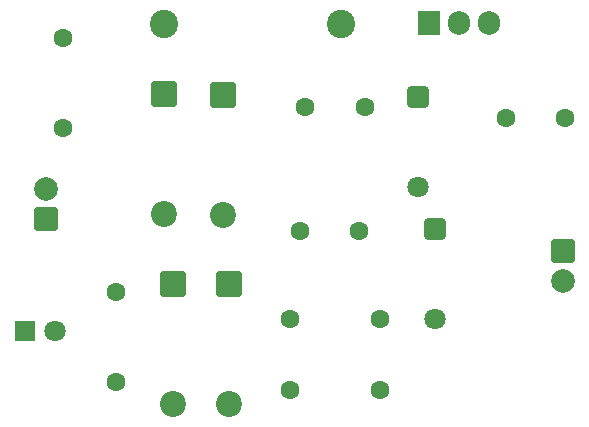
<source format=gbr>
%TF.GenerationSoftware,KiCad,Pcbnew,9.0.5*%
%TF.CreationDate,2025-10-12T15:19:20+05:30*%
%TF.ProjectId,transformerless power supply ,7472616e-7366-46f7-926d-65726c657373,rev?*%
%TF.SameCoordinates,Original*%
%TF.FileFunction,Soldermask,Top*%
%TF.FilePolarity,Negative*%
%FSLAX46Y46*%
G04 Gerber Fmt 4.6, Leading zero omitted, Abs format (unit mm)*
G04 Created by KiCad (PCBNEW 9.0.5) date 2025-10-12 15:19:20*
%MOMM*%
%LPD*%
G01*
G04 APERTURE LIST*
G04 Aperture macros list*
%AMRoundRect*
0 Rectangle with rounded corners*
0 $1 Rounding radius*
0 $2 $3 $4 $5 $6 $7 $8 $9 X,Y pos of 4 corners*
0 Add a 4 corners polygon primitive as box body*
4,1,4,$2,$3,$4,$5,$6,$7,$8,$9,$2,$3,0*
0 Add four circle primitives for the rounded corners*
1,1,$1+$1,$2,$3*
1,1,$1+$1,$4,$5*
1,1,$1+$1,$6,$7*
1,1,$1+$1,$8,$9*
0 Add four rect primitives between the rounded corners*
20,1,$1+$1,$2,$3,$4,$5,0*
20,1,$1+$1,$4,$5,$6,$7,0*
20,1,$1+$1,$6,$7,$8,$9,0*
20,1,$1+$1,$8,$9,$2,$3,0*%
G04 Aperture macros list end*
%ADD10RoundRect,0.249999X-0.850001X0.850001X-0.850001X-0.850001X0.850001X-0.850001X0.850001X0.850001X0*%
%ADD11C,2.200000*%
%ADD12RoundRect,0.250000X-0.650000X0.650000X-0.650000X-0.650000X0.650000X-0.650000X0.650000X0.650000X0*%
%ADD13C,1.800000*%
%ADD14C,1.600000*%
%ADD15RoundRect,0.250000X-0.750000X0.750000X-0.750000X-0.750000X0.750000X-0.750000X0.750000X0.750000X0*%
%ADD16C,2.000000*%
%ADD17R,1.905000X2.000000*%
%ADD18O,1.905000X2.000000*%
%ADD19C,2.400000*%
%ADD20R,1.800000X1.800000*%
%ADD21RoundRect,0.250000X0.750000X-0.750000X0.750000X0.750000X-0.750000X0.750000X-0.750000X-0.750000X0*%
G04 APERTURE END LIST*
D10*
%TO.C,D1*%
X64521750Y-88420000D03*
D11*
X64521750Y-98580000D03*
%TD*%
D10*
%TO.C,D4*%
X70021750Y-104500000D03*
D11*
X70021750Y-114660000D03*
%TD*%
D12*
%TO.C,D6*%
X87521750Y-99880000D03*
D13*
X87521750Y-107500000D03*
%TD*%
D14*
%TO.C,R3*%
X82831750Y-113500000D03*
X75211750Y-113500000D03*
%TD*%
%TO.C,R1*%
X60521750Y-112810000D03*
X60521750Y-105190000D03*
%TD*%
%TO.C,C2*%
X76521750Y-89500000D03*
X81521750Y-89500000D03*
%TD*%
D15*
%TO.C,J2*%
X98304250Y-101725000D03*
D16*
X98304250Y-104265000D03*
%TD*%
D17*
%TO.C,U1*%
X86981750Y-82450000D03*
D18*
X89521750Y-82450000D03*
X92061750Y-82450000D03*
%TD*%
D10*
%TO.C,D3*%
X69521750Y-88500000D03*
D11*
X69521750Y-98660000D03*
%TD*%
D14*
%TO.C,R2*%
X56021750Y-91310000D03*
X56021750Y-83690000D03*
%TD*%
D19*
%TO.C,C1*%
X64521750Y-82500000D03*
X79521750Y-82500000D03*
%TD*%
D14*
%TO.C,C3*%
X76021750Y-100000000D03*
X81021750Y-100000000D03*
%TD*%
%TO.C,R4*%
X82831750Y-107500000D03*
X75211750Y-107500000D03*
%TD*%
%TO.C,C4*%
X93521750Y-90500000D03*
X98521750Y-90500000D03*
%TD*%
D10*
%TO.C,D2*%
X65271750Y-104500000D03*
D11*
X65271750Y-114660000D03*
%TD*%
D12*
%TO.C,D5*%
X86021750Y-88690000D03*
D13*
X86021750Y-96310000D03*
%TD*%
D20*
%TO.C,D7*%
X52746750Y-108500000D03*
D13*
X55286750Y-108500000D03*
%TD*%
D21*
%TO.C,J1*%
X54521750Y-99000000D03*
D16*
X54521750Y-96460000D03*
%TD*%
M02*

</source>
